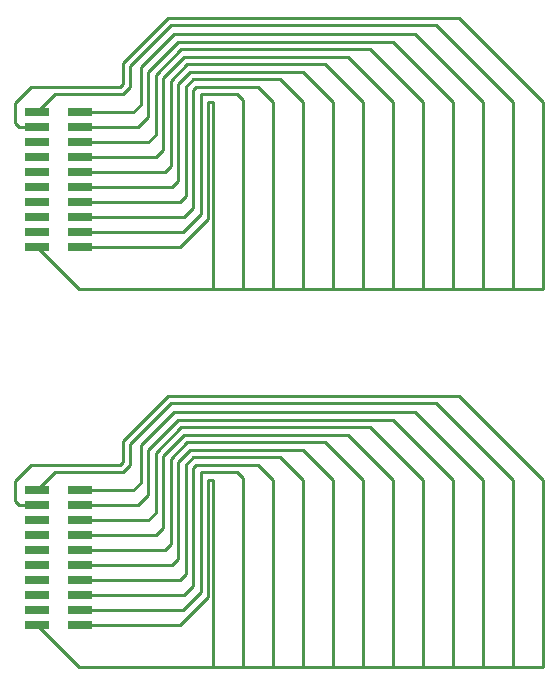
<source format=gbr>
%TF.GenerationSoftware,KiCad,Pcbnew,(5.1.6)-1*%
%TF.CreationDate,2022-05-19T12:24:48-04:00*%
%TF.ProjectId,sensor_v1,73656e73-6f72-45f7-9631-2e6b69636164,rev?*%
%TF.SameCoordinates,Original*%
%TF.FileFunction,Copper,L1,Top*%
%TF.FilePolarity,Positive*%
%FSLAX46Y46*%
G04 Gerber Fmt 4.6, Leading zero omitted, Abs format (unit mm)*
G04 Created by KiCad (PCBNEW (5.1.6)-1) date 2022-05-19 12:24:48*
%MOMM*%
%LPD*%
G01*
G04 APERTURE LIST*
%TA.AperFunction,SMDPad,CuDef*%
%ADD10R,2.100000X0.750000*%
%TD*%
%TA.AperFunction,Conductor*%
%ADD11C,0.250000*%
%TD*%
G04 APERTURE END LIST*
D10*
%TO.P,REF\u002A\u002A,1*%
%TO.N,N/C*%
X100606000Y-47625000D03*
%TO.P,REF\u002A\u002A,2*%
X97006000Y-47625000D03*
%TO.P,REF\u002A\u002A,3*%
X100606000Y-48895000D03*
%TO.P,REF\u002A\u002A,4*%
X97006000Y-48895000D03*
%TO.P,REF\u002A\u002A,5*%
X100606000Y-50165000D03*
%TO.P,REF\u002A\u002A,6*%
X97006000Y-50165000D03*
%TO.P,REF\u002A\u002A,7*%
X100606000Y-51435000D03*
%TO.P,REF\u002A\u002A,8*%
X97006000Y-51435000D03*
%TO.P,REF\u002A\u002A,9*%
X100606000Y-52705000D03*
%TO.P,REF\u002A\u002A,10*%
X97006000Y-52705000D03*
%TO.P,REF\u002A\u002A,11*%
X100606000Y-53975000D03*
%TO.P,REF\u002A\u002A,12*%
X97006000Y-53975000D03*
%TO.P,REF\u002A\u002A,13*%
X100606000Y-55245000D03*
%TO.P,REF\u002A\u002A,14*%
X97006000Y-55245000D03*
%TO.P,REF\u002A\u002A,15*%
X100606000Y-56515000D03*
%TO.P,REF\u002A\u002A,16*%
X97006000Y-56515000D03*
%TO.P,REF\u002A\u002A,17*%
X100606000Y-57785000D03*
%TO.P,REF\u002A\u002A,18*%
X97006000Y-57785000D03*
%TO.P,REF\u002A\u002A,19*%
X100606000Y-59055000D03*
%TO.P,REF\u002A\u002A,20*%
X97006000Y-59055000D03*
%TD*%
%TO.P,REF\u002A\u002A,20*%
%TO.N,N/C*%
X97006000Y-91059000D03*
%TO.P,REF\u002A\u002A,19*%
X100606000Y-91059000D03*
%TO.P,REF\u002A\u002A,18*%
X97006000Y-89789000D03*
%TO.P,REF\u002A\u002A,17*%
X100606000Y-89789000D03*
%TO.P,REF\u002A\u002A,16*%
X97006000Y-88519000D03*
%TO.P,REF\u002A\u002A,15*%
X100606000Y-88519000D03*
%TO.P,REF\u002A\u002A,14*%
X97006000Y-87249000D03*
%TO.P,REF\u002A\u002A,13*%
X100606000Y-87249000D03*
%TO.P,REF\u002A\u002A,12*%
X97006000Y-85979000D03*
%TO.P,REF\u002A\u002A,11*%
X100606000Y-85979000D03*
%TO.P,REF\u002A\u002A,10*%
X97006000Y-84709000D03*
%TO.P,REF\u002A\u002A,9*%
X100606000Y-84709000D03*
%TO.P,REF\u002A\u002A,8*%
X97006000Y-83439000D03*
%TO.P,REF\u002A\u002A,7*%
X100606000Y-83439000D03*
%TO.P,REF\u002A\u002A,6*%
X97006000Y-82169000D03*
%TO.P,REF\u002A\u002A,5*%
X100606000Y-82169000D03*
%TO.P,REF\u002A\u002A,4*%
X97006000Y-80899000D03*
%TO.P,REF\u002A\u002A,3*%
X100606000Y-80899000D03*
%TO.P,REF\u002A\u002A,2*%
X97006000Y-79629000D03*
%TO.P,REF\u002A\u002A,1*%
X100606000Y-79629000D03*
%TD*%
D11*
%TO.N,*%
X111887000Y-94615000D02*
X111887000Y-78740000D01*
X114427000Y-94615000D02*
X114427000Y-78613000D01*
X111887000Y-78740000D02*
X111506000Y-78740000D01*
X111506000Y-78740000D02*
X111506000Y-88646000D01*
X109093000Y-91059000D02*
X100606000Y-91059000D01*
X111506000Y-88646000D02*
X109093000Y-91059000D01*
X114427000Y-78613000D02*
X113919000Y-78105000D01*
X113919000Y-78105000D02*
X110871000Y-78105000D01*
X110871000Y-78105000D02*
X110871000Y-88265000D01*
X109347000Y-89789000D02*
X100606000Y-89789000D01*
X110871000Y-88265000D02*
X109347000Y-89789000D01*
X109474000Y-88519000D02*
X100606000Y-88519000D01*
X110236000Y-87757000D02*
X109474000Y-88519000D01*
X116967000Y-78740000D02*
X115697000Y-77470000D01*
X116967000Y-94615000D02*
X116967000Y-78740000D01*
X110236000Y-77724000D02*
X110236000Y-87757000D01*
X115697000Y-77470000D02*
X110490000Y-77470000D01*
X110490000Y-77470000D02*
X110236000Y-77724000D01*
X109601000Y-86741000D02*
X109093000Y-87249000D01*
X109093000Y-87249000D02*
X100606000Y-87249000D01*
X119507000Y-78740000D02*
X117602000Y-76835000D01*
X119507000Y-94615000D02*
X119507000Y-78740000D01*
X117602000Y-76835000D02*
X110236000Y-76835000D01*
X109601000Y-77470000D02*
X109601000Y-86741000D01*
X110236000Y-76835000D02*
X109601000Y-77470000D01*
X108458000Y-85979000D02*
X100606000Y-85979000D01*
X108966000Y-85471000D02*
X108458000Y-85979000D01*
X122047000Y-78740000D02*
X119507000Y-76200000D01*
X108966000Y-77216000D02*
X108966000Y-85471000D01*
X122047000Y-94615000D02*
X122047000Y-78740000D01*
X119507000Y-76200000D02*
X109982000Y-76200000D01*
X109982000Y-76200000D02*
X108966000Y-77216000D01*
X107823000Y-84709000D02*
X100606000Y-84709000D01*
X108331000Y-84201000D02*
X107823000Y-84709000D01*
X124587000Y-78740000D02*
X121412000Y-75565000D01*
X124587000Y-94615000D02*
X124587000Y-78740000D01*
X121412000Y-75565000D02*
X109728000Y-75565000D01*
X109728000Y-75565000D02*
X108331000Y-76962000D01*
X108331000Y-76962000D02*
X108331000Y-84201000D01*
X107061000Y-83439000D02*
X100606000Y-83439000D01*
X107696000Y-82804000D02*
X107061000Y-83439000D01*
X127127000Y-94615000D02*
X127127000Y-78740000D01*
X123317000Y-74930000D02*
X109474000Y-74930000D01*
X109474000Y-74930000D02*
X107696000Y-76708000D01*
X127127000Y-78740000D02*
X123317000Y-74930000D01*
X107696000Y-76708000D02*
X107696000Y-82804000D01*
X106426000Y-82169000D02*
X100606000Y-82169000D01*
X107061000Y-81534000D02*
X106426000Y-82169000D01*
X107061000Y-76454000D02*
X107061000Y-81534000D01*
X129667000Y-78740000D02*
X125222000Y-74295000D01*
X129667000Y-94615000D02*
X129667000Y-78740000D01*
X125222000Y-74295000D02*
X109220000Y-74295000D01*
X109220000Y-74295000D02*
X107061000Y-76454000D01*
X105537000Y-80899000D02*
X100606000Y-80899000D01*
X106426000Y-80010000D02*
X105537000Y-80899000D01*
X132207000Y-78740000D02*
X127127000Y-73660000D01*
X132207000Y-94615000D02*
X132207000Y-78740000D01*
X127127000Y-73660000D02*
X108966000Y-73660000D01*
X108966000Y-73660000D02*
X106426000Y-76200000D01*
X106426000Y-76200000D02*
X106426000Y-80010000D01*
X105156000Y-79629000D02*
X100606000Y-79629000D01*
X105791000Y-78994000D02*
X105156000Y-79629000D01*
X134747000Y-78740000D02*
X129032000Y-73025000D01*
X134747000Y-94615000D02*
X134747000Y-78740000D01*
X129032000Y-73025000D02*
X108585000Y-73025000D01*
X108585000Y-73025000D02*
X105791000Y-75819000D01*
X105791000Y-75819000D02*
X105791000Y-78994000D01*
X98530000Y-78105000D02*
X97006000Y-79629000D01*
X104267000Y-78105000D02*
X98530000Y-78105000D01*
X104902000Y-77470000D02*
X104267000Y-78105000D01*
X137287000Y-78740000D02*
X130810000Y-72263000D01*
X137287000Y-94615000D02*
X137287000Y-78740000D01*
X130810000Y-72263000D02*
X108331000Y-72263000D01*
X108331000Y-72263000D02*
X104902000Y-75692000D01*
X104902000Y-75692000D02*
X104902000Y-77470000D01*
X95504000Y-80899000D02*
X97006000Y-80899000D01*
X95123000Y-78867000D02*
X95123000Y-80518000D01*
X96520000Y-77470000D02*
X95123000Y-78867000D01*
X104013000Y-77470000D02*
X96520000Y-77470000D01*
X139827000Y-78740000D02*
X132715000Y-71628000D01*
X104267000Y-77216000D02*
X104013000Y-77470000D01*
X139827000Y-94615000D02*
X139827000Y-78740000D01*
X104267000Y-75438000D02*
X104267000Y-77216000D01*
X132715000Y-71628000D02*
X108077000Y-71628000D01*
X95123000Y-80518000D02*
X95504000Y-80899000D01*
X108077000Y-71628000D02*
X104267000Y-75438000D01*
X139827000Y-94615000D02*
X111887000Y-94615000D01*
X100562000Y-94615000D02*
X97006000Y-91059000D01*
X111887000Y-94615000D02*
X100562000Y-94615000D01*
X111887000Y-62611000D02*
X111887000Y-46736000D01*
X121412000Y-43561000D02*
X109728000Y-43561000D01*
X107061000Y-49530000D02*
X106426000Y-50165000D01*
X119507000Y-46736000D02*
X117602000Y-44831000D01*
X107696000Y-50800000D02*
X107061000Y-51435000D01*
X129667000Y-46736000D02*
X125222000Y-42291000D01*
X106426000Y-48006000D02*
X105537000Y-48895000D01*
X109601000Y-45466000D02*
X109601000Y-54737000D01*
X109982000Y-44196000D02*
X108966000Y-45212000D01*
X129667000Y-62611000D02*
X129667000Y-46736000D01*
X122047000Y-62611000D02*
X122047000Y-46736000D01*
X107061000Y-44450000D02*
X107061000Y-49530000D01*
X116967000Y-62611000D02*
X116967000Y-46736000D01*
X109601000Y-54737000D02*
X109093000Y-55245000D01*
X110490000Y-45466000D02*
X110236000Y-45720000D01*
X109728000Y-43561000D02*
X108331000Y-44958000D01*
X111506000Y-56642000D02*
X109093000Y-59055000D01*
X108331000Y-44958000D02*
X108331000Y-52197000D01*
X108331000Y-52197000D02*
X107823000Y-52705000D01*
X109474000Y-42926000D02*
X107696000Y-44704000D01*
X132207000Y-62611000D02*
X132207000Y-46736000D01*
X114427000Y-62611000D02*
X114427000Y-46609000D01*
X122047000Y-46736000D02*
X119507000Y-44196000D01*
X119507000Y-44196000D02*
X109982000Y-44196000D01*
X107823000Y-52705000D02*
X100606000Y-52705000D01*
X106426000Y-44196000D02*
X106426000Y-48006000D01*
X123317000Y-42926000D02*
X109474000Y-42926000D01*
X105156000Y-47625000D02*
X100606000Y-47625000D01*
X110871000Y-46101000D02*
X110871000Y-56261000D01*
X110871000Y-56261000D02*
X109347000Y-57785000D01*
X109474000Y-56515000D02*
X100606000Y-56515000D01*
X132207000Y-46736000D02*
X127127000Y-41656000D01*
X127127000Y-41656000D02*
X108966000Y-41656000D01*
X105791000Y-46990000D02*
X105156000Y-47625000D01*
X106426000Y-50165000D02*
X100606000Y-50165000D01*
X134747000Y-46736000D02*
X129032000Y-41021000D01*
X105537000Y-48895000D02*
X100606000Y-48895000D01*
X134747000Y-62611000D02*
X134747000Y-46736000D01*
X129032000Y-41021000D02*
X108585000Y-41021000D01*
X119507000Y-62611000D02*
X119507000Y-46736000D01*
X108966000Y-53467000D02*
X108458000Y-53975000D01*
X109220000Y-42291000D02*
X107061000Y-44450000D01*
X108458000Y-53975000D02*
X100606000Y-53975000D01*
X111887000Y-46736000D02*
X111506000Y-46736000D01*
X109093000Y-59055000D02*
X100606000Y-59055000D01*
X111506000Y-46736000D02*
X111506000Y-56642000D01*
X113919000Y-46101000D02*
X110871000Y-46101000D01*
X110236000Y-45720000D02*
X110236000Y-55753000D01*
X127127000Y-46736000D02*
X123317000Y-42926000D01*
X127127000Y-62611000D02*
X127127000Y-46736000D01*
X107696000Y-44704000D02*
X107696000Y-50800000D01*
X109093000Y-55245000D02*
X100606000Y-55245000D01*
X107061000Y-51435000D02*
X100606000Y-51435000D01*
X125222000Y-42291000D02*
X109220000Y-42291000D01*
X108966000Y-41656000D02*
X106426000Y-44196000D01*
X108966000Y-45212000D02*
X108966000Y-53467000D01*
X116967000Y-46736000D02*
X115697000Y-45466000D01*
X109347000Y-57785000D02*
X100606000Y-57785000D01*
X117602000Y-44831000D02*
X110236000Y-44831000D01*
X124587000Y-62611000D02*
X124587000Y-46736000D01*
X110236000Y-55753000D02*
X109474000Y-56515000D01*
X115697000Y-45466000D02*
X110490000Y-45466000D01*
X114427000Y-46609000D02*
X113919000Y-46101000D01*
X110236000Y-44831000D02*
X109601000Y-45466000D01*
X124587000Y-46736000D02*
X121412000Y-43561000D01*
X104902000Y-45466000D02*
X104267000Y-46101000D01*
X130810000Y-40259000D02*
X108331000Y-40259000D01*
X96520000Y-45466000D02*
X95123000Y-46863000D01*
X111887000Y-62611000D02*
X100562000Y-62611000D01*
X137287000Y-62611000D02*
X137287000Y-46736000D01*
X137287000Y-46736000D02*
X130810000Y-40259000D01*
X95504000Y-48895000D02*
X97006000Y-48895000D01*
X104267000Y-46101000D02*
X98530000Y-46101000D01*
X98530000Y-46101000D02*
X97006000Y-47625000D01*
X104013000Y-45466000D02*
X96520000Y-45466000D01*
X139827000Y-62611000D02*
X139827000Y-46736000D01*
X132715000Y-39624000D02*
X108077000Y-39624000D01*
X100562000Y-62611000D02*
X97006000Y-59055000D01*
X95123000Y-46863000D02*
X95123000Y-48514000D01*
X104267000Y-43434000D02*
X104267000Y-45212000D01*
X108585000Y-41021000D02*
X105791000Y-43815000D01*
X139827000Y-62611000D02*
X111887000Y-62611000D01*
X104267000Y-45212000D02*
X104013000Y-45466000D01*
X108331000Y-40259000D02*
X104902000Y-43688000D01*
X108077000Y-39624000D02*
X104267000Y-43434000D01*
X104902000Y-43688000D02*
X104902000Y-45466000D01*
X95123000Y-48514000D02*
X95504000Y-48895000D01*
X105791000Y-43815000D02*
X105791000Y-46990000D01*
X139827000Y-46736000D02*
X132715000Y-39624000D01*
%TD*%
M02*

</source>
